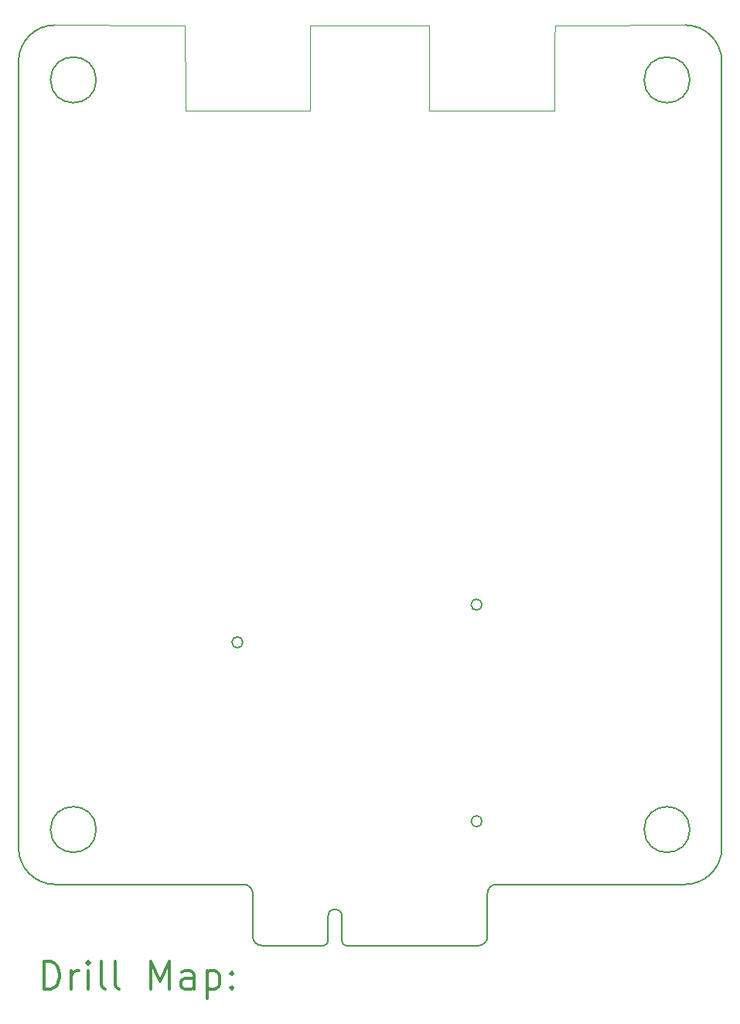
<source format=gbr>
%FSLAX45Y45*%
G04 Gerber Fmt 4.5, Leading zero omitted, Abs format (unit mm)*
G04 Created by KiCad (PCBNEW (5.1.10-1-10_14)) date 2021-12-01 22:19:56*
%MOMM*%
%LPD*%
G01*
G04 APERTURE LIST*
%TA.AperFunction,Profile*%
%ADD10C,0.050000*%
%TD*%
%TA.AperFunction,Profile*%
%ADD11C,0.150000*%
%TD*%
%TA.AperFunction,Profile*%
%ADD12C,0.200000*%
%TD*%
%ADD13C,0.200000*%
%ADD14C,0.300000*%
G04 APERTURE END LIST*
D10*
X7725410Y-5113020D02*
X7760970Y-5113020D01*
X7725410Y-5111750D02*
X7725410Y-5113020D01*
X7725410Y-5109210D02*
X7725410Y-5111750D01*
X7725410Y-4709160D02*
X7725410Y-5109210D01*
X7724140Y-4443730D02*
X7725410Y-4709160D01*
X7724140Y-4262120D02*
X7724140Y-4443730D01*
X7724140Y-4182110D02*
X7724140Y-4262120D01*
X7688580Y-4182110D02*
X7724140Y-4182110D01*
X7510000Y-4182000D02*
X7688580Y-4182110D01*
X11770360Y-5113020D02*
X11760200Y-5113020D01*
X11770360Y-4657090D02*
X11770360Y-5113020D01*
X11770360Y-4342130D02*
X11770360Y-4657090D01*
X11771630Y-4182110D02*
X11770360Y-4342130D01*
X11807190Y-4182110D02*
X11771630Y-4182110D01*
X10396220Y-5113020D02*
X10414000Y-5113020D01*
X10396220Y-4220210D02*
X10396220Y-5113020D01*
X10396220Y-4182110D02*
X10396220Y-4220210D01*
X10414000Y-5113020D02*
X10462260Y-5113020D01*
X11760200Y-5113020D02*
X11746230Y-5113020D01*
X7760970Y-5113020D02*
X9090660Y-5113020D01*
X9090660Y-5113020D02*
X9090660Y-5020310D01*
X9090660Y-4682490D02*
X9090660Y-5020310D01*
X9090660Y-4257040D02*
X9090660Y-4682490D01*
X9090660Y-4182110D02*
X9090660Y-4257040D01*
X9272760Y-4182000D02*
X9090660Y-4182110D01*
X10462260Y-5113020D02*
X11746230Y-5113020D01*
X10214000Y-4182000D02*
X10396220Y-4182110D01*
X11976760Y-4182000D02*
X11807190Y-4182110D01*
X7510000Y-4182000D02*
X6299690Y-4180362D01*
X11976760Y-4182000D02*
X13199690Y-4180362D01*
X10214000Y-4182000D02*
X9272760Y-4182000D01*
D11*
X8355584Y-10932612D02*
G75*
G03*
X8355584Y-10932612I-60000J0D01*
G01*
X10975340Y-12890444D02*
G75*
G03*
X10975340Y-12890444I-60000J0D01*
G01*
X10974832Y-10520624D02*
G75*
G03*
X10974832Y-10520624I-60000J0D01*
G01*
D12*
X6749690Y-12980362D02*
G75*
G03*
X6749690Y-12980362I-250000J0D01*
G01*
X13249690Y-12980362D02*
G75*
G03*
X13249690Y-12980362I-250000J0D01*
G01*
X9289690Y-14200362D02*
G75*
G02*
X9239690Y-14250362I-50000J0D01*
G01*
X5899690Y-4580362D02*
G75*
G02*
X6299690Y-4180362I400000J0D01*
G01*
X9489690Y-14250362D02*
G75*
G02*
X9439690Y-14200362I0J50000D01*
G01*
X6299690Y-13580362D02*
G75*
G02*
X5899690Y-13180362I0J400000D01*
G01*
X6299690Y-13580362D02*
X8364690Y-13580362D01*
X8564690Y-14250362D02*
G75*
G02*
X8464690Y-14150362I0J100000D01*
G01*
X8464690Y-13680362D02*
X8464690Y-14150362D01*
X11034690Y-14150362D02*
G75*
G02*
X10934690Y-14250362I-100000J0D01*
G01*
X13599690Y-13180362D02*
X13599690Y-4580362D01*
X11034690Y-14150362D02*
X11034690Y-13680362D01*
X9289690Y-14200362D02*
X9289690Y-13925362D01*
X5899690Y-4580362D02*
X5899690Y-13180362D01*
X8364690Y-13580362D02*
G75*
G02*
X8464690Y-13680362I0J-100000D01*
G01*
X9439690Y-14200362D02*
X9439690Y-13925362D01*
X13599690Y-13180362D02*
G75*
G02*
X13199690Y-13580362I-400000J0D01*
G01*
X9289690Y-13925362D02*
G75*
G02*
X9439690Y-13925362I75000J0D01*
G01*
X11034690Y-13680362D02*
G75*
G02*
X11134690Y-13580362I100000J0D01*
G01*
X13249690Y-4780362D02*
G75*
G03*
X13249690Y-4780362I-250000J0D01*
G01*
X11134690Y-13580362D02*
X13199690Y-13580362D01*
X13199690Y-4180362D02*
G75*
G02*
X13599690Y-4580362I0J-400000D01*
G01*
X9489690Y-14250362D02*
X10934690Y-14250362D01*
X8564690Y-14250362D02*
X9239690Y-14250362D01*
X6749690Y-4780362D02*
G75*
G03*
X6749690Y-4780362I-250000J0D01*
G01*
D13*
D14*
X6176118Y-14726076D02*
X6176118Y-14426076D01*
X6247547Y-14426076D01*
X6290404Y-14440362D01*
X6318976Y-14468933D01*
X6333261Y-14497505D01*
X6347547Y-14554647D01*
X6347547Y-14597505D01*
X6333261Y-14654647D01*
X6318976Y-14683219D01*
X6290404Y-14711790D01*
X6247547Y-14726076D01*
X6176118Y-14726076D01*
X6476118Y-14726076D02*
X6476118Y-14526076D01*
X6476118Y-14583219D02*
X6490404Y-14554647D01*
X6504690Y-14540362D01*
X6533261Y-14526076D01*
X6561833Y-14526076D01*
X6661833Y-14726076D02*
X6661833Y-14526076D01*
X6661833Y-14426076D02*
X6647547Y-14440362D01*
X6661833Y-14454647D01*
X6676118Y-14440362D01*
X6661833Y-14426076D01*
X6661833Y-14454647D01*
X6847547Y-14726076D02*
X6818976Y-14711790D01*
X6804690Y-14683219D01*
X6804690Y-14426076D01*
X7004690Y-14726076D02*
X6976118Y-14711790D01*
X6961833Y-14683219D01*
X6961833Y-14426076D01*
X7347547Y-14726076D02*
X7347547Y-14426076D01*
X7447547Y-14640362D01*
X7547547Y-14426076D01*
X7547547Y-14726076D01*
X7818976Y-14726076D02*
X7818976Y-14568933D01*
X7804690Y-14540362D01*
X7776118Y-14526076D01*
X7718976Y-14526076D01*
X7690404Y-14540362D01*
X7818976Y-14711790D02*
X7790404Y-14726076D01*
X7718976Y-14726076D01*
X7690404Y-14711790D01*
X7676118Y-14683219D01*
X7676118Y-14654647D01*
X7690404Y-14626076D01*
X7718976Y-14611790D01*
X7790404Y-14611790D01*
X7818976Y-14597505D01*
X7961833Y-14526076D02*
X7961833Y-14826076D01*
X7961833Y-14540362D02*
X7990404Y-14526076D01*
X8047547Y-14526076D01*
X8076118Y-14540362D01*
X8090404Y-14554647D01*
X8104690Y-14583219D01*
X8104690Y-14668933D01*
X8090404Y-14697505D01*
X8076118Y-14711790D01*
X8047547Y-14726076D01*
X7990404Y-14726076D01*
X7961833Y-14711790D01*
X8233261Y-14697505D02*
X8247547Y-14711790D01*
X8233261Y-14726076D01*
X8218976Y-14711790D01*
X8233261Y-14697505D01*
X8233261Y-14726076D01*
X8233261Y-14540362D02*
X8247547Y-14554647D01*
X8233261Y-14568933D01*
X8218976Y-14554647D01*
X8233261Y-14540362D01*
X8233261Y-14568933D01*
M02*

</source>
